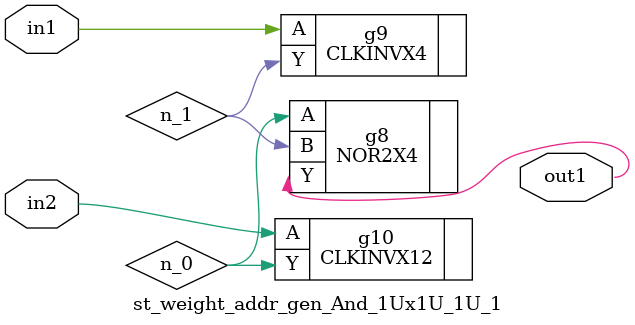
<source format=v>
`timescale 1ps / 1ps


module st_weight_addr_gen_And_1Ux1U_1U_1(in2, in1, out1);
  input in2, in1;
  output out1;
  wire in2, in1;
  wire out1;
  wire n_0, n_1;
  NOR2X4 g8(.A (n_0), .B (n_1), .Y (out1));
  CLKINVX4 g9(.A (in1), .Y (n_1));
  CLKINVX12 g10(.A (in2), .Y (n_0));
endmodule



</source>
